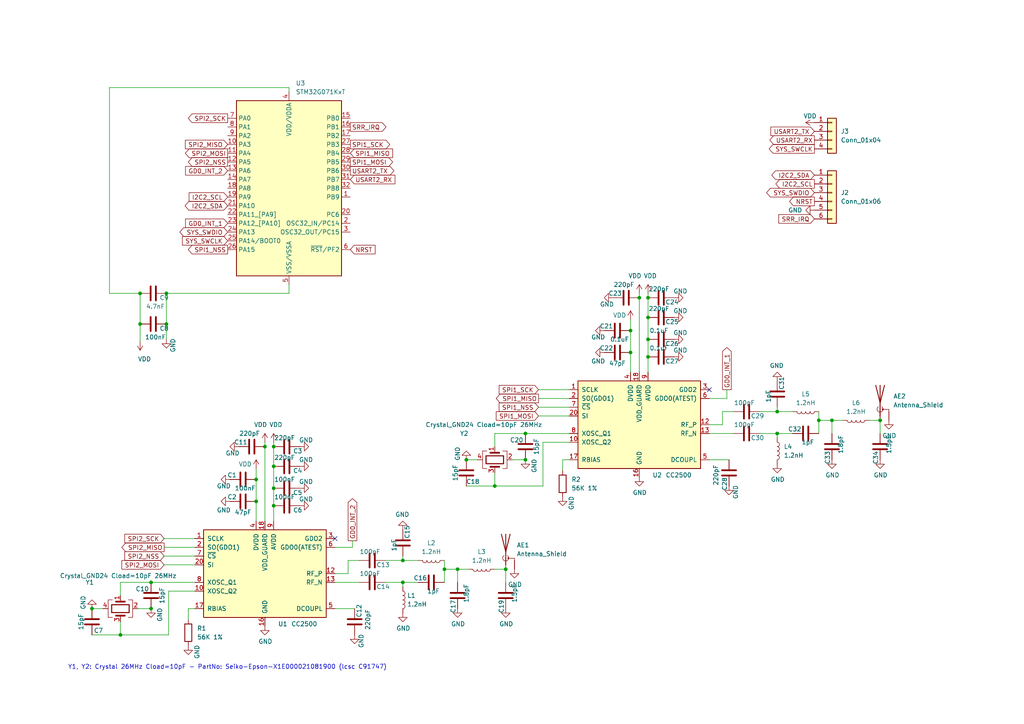
<source format=kicad_sch>
(kicad_sch (version 20230121) (generator eeschema)
  (paper "A4")
  (lib_symbols
    (symbol "Connector_Generic:Conn_01x04" (pin_names (offset 1.016) hide)
      (property "Reference" "J" (at 0 5.08 0))
      (property "Value" "Conn_01x04" (at 0 -7.62 0))
      (symbol "Conn_01x04_1_1"
        (rectangle (start -1.27 -4.953) (end 0 -5.207) (stroke (width 0.1524)))
        (rectangle (start -1.27 -2.413) (end 0 -2.667) (stroke (width 0.1524)))
        (rectangle (start -1.27 0.127) (end 0 -0.127) (stroke (width 0.1524)))
        (rectangle (start -1.27 2.667) (end 0 2.413) (stroke (width 0.1524)))
        (rectangle (start -1.27 3.81) (end 1.27 -6.35) (stroke (width 0.254)) (fill (type background)))
        (pin passive line (at -5.08 2.54 0) (length 3.81) (name "Pin_1") (number "1"))
        (pin passive line (at -5.08 0 0) (length 3.81) (name "Pin_2") (number "2"))
        (pin passive line (at -5.08 -2.54 0) (length 3.81) (name "Pin_3") (number "3"))
        (pin passive line (at -5.08 -5.08 0) (length 3.81) (name "Pin_4") (number "4"))
      )
    )
    (symbol "Connector_Generic:Conn_01x06" (pin_names (offset 1.016) hide)
      (property "Reference" "J" (at 0 7.62 0))
      (property "Value" "Conn_01x06" (at 0 -10.16 0))
      (symbol "Conn_01x06_1_1"
        (rectangle (start -1.27 -7.493) (end 0 -7.747) (stroke (width 0.1524)))
        (rectangle (start -1.27 -4.953) (end 0 -5.207) (stroke (width 0.1524)))
        (rectangle (start -1.27 -2.413) (end 0 -2.667) (stroke (width 0.1524)))
        (rectangle (start -1.27 0.127) (end 0 -0.127) (stroke (width 0.1524)))
        (rectangle (start -1.27 2.667) (end 0 2.413) (stroke (width 0.1524)))
        (rectangle (start -1.27 5.207) (end 0 4.953) (stroke (width 0.1524)))
        (rectangle (start -1.27 6.35) (end 1.27 -8.89) (stroke (width 0.254)) (fill (type background)))
        (pin passive line (at -5.08 5.08 0) (length 3.81) (name "Pin_1") (number "1"))
        (pin passive line (at -5.08 2.54 0) (length 3.81) (name "Pin_2") (number "2"))
        (pin passive line (at -5.08 0 0) (length 3.81) (name "Pin_3") (number "3"))
        (pin passive line (at -5.08 -2.54 0) (length 3.81) (name "Pin_4") (number "4"))
        (pin passive line (at -5.08 -5.08 0) (length 3.81) (name "Pin_5") (number "5"))
        (pin passive line (at -5.08 -7.62 0) (length 3.81) (name "Pin_6") (number "6"))
      )
    )
    (symbol "Device:Antenna_Shield" (pin_numbers hide) (pin_names (offset 1.016) hide)
      (property "Reference" "AE" (at -1.905 4.445 0))
      (property "Value" "Antenna_Shield" (at -1.905 2.54 0))
      (symbol "Antenna_Shield_0_1"
        (arc (start -0.508 -1.143) (mid -0.8429 -2.1194) (end 0 -2.667))
        (arc (start 0 -2.667) (mid 0.7989 -2.1052) (end 0.508 -1.143))
        (polyline (pts (xy 0 -2.54) (xy 0 0)))
        (polyline (pts (xy 0 5.08) (xy 0 -3.81)) (stroke (width 0.254)))
        (polyline (pts (xy 0.762 -1.905) (xy 2.54 -1.905)))
        (polyline (pts (xy 2.54 -2.54) (xy 2.54 -1.905)))
        (polyline (pts (xy 1.27 5.08) (xy 0 0) (xy -1.27 5.08)) (stroke (width 0.254)))
        (circle (center 0.762 -1.905) (radius 0.1778) (fill (type outline)))
      )
      (symbol "Antenna_Shield_1_1"
        (pin input line (at 0 -5.08 90) (length 2.54) (name "A") (number "1"))
        (pin input line (at 2.54 -5.08 90) (length 2.54) (name "Shield") (number "2"))
      )
    )
    (symbol "Device:C" (pin_numbers hide) (pin_names (offset 0.254))
      (property "Reference" "C" (at 0.635 2.54 0))
      (property "Value" "C" (at 0.635 -2.54 0))
      (symbol "C_0_1"
        (polyline (pts (xy -2.032 -0.762) (xy 2.032 -0.762)) (stroke (width 0.508)))
        (polyline (pts (xy -2.032 0.762) (xy 2.032 0.762)) (stroke (width 0.508)))
      )
      (symbol "C_1_1"
        (pin passive line (at 0 3.81 270) (length 2.794) (name "~") (number "1"))
        (pin passive line (at 0 -3.81 90) (length 2.794) (name "~") (number "2"))
      )
    )
    (symbol "Device:Crystal_GND24" (pin_names (offset 1.016) hide)
      (property "Reference" "Y" (at 3.175 5.08 0))
      (property "Value" "Crystal_GND24" (at 3.175 3.175 0))
      (symbol "Crystal_GND24_0_1"
        (rectangle (start -1.143 2.54) (end 1.143 -2.54) (stroke (width 0.3048)))
        (polyline (pts (xy -2.54 0) (xy -2.032 0)))
        (polyline (pts (xy -2.032 -1.27) (xy -2.032 1.27)) (stroke (width 0.508)))
        (polyline (pts (xy 0 -3.81) (xy 0 -3.556)))
        (polyline (pts (xy 0 3.556) (xy 0 3.81)))
        (polyline (pts (xy 2.032 -1.27) (xy 2.032 1.27)) (stroke (width 0.508)))
        (polyline (pts (xy 2.032 0) (xy 2.54 0)))
        (polyline (pts (xy -2.54 -2.286) (xy -2.54 -3.556) (xy 2.54 -3.556) (xy 2.54 -2.286)))
        (polyline (pts (xy -2.54 2.286) (xy -2.54 3.556) (xy 2.54 3.556) (xy 2.54 2.286)))
      )
      (symbol "Crystal_GND24_1_1"
        (pin passive line (at -3.81 0 0) (length 1.27) (name "1") (number "1"))
        (pin passive line (at 0 5.08 270) (length 1.27) (name "2") (number "2"))
        (pin passive line (at 3.81 0 180) (length 1.27) (name "3") (number "3"))
        (pin passive line (at 0 -5.08 90) (length 1.27) (name "4") (number "4"))
      )
    )
    (symbol "Device:L" (pin_numbers hide) (pin_names (offset 1.016) hide)
      (property "Reference" "L" (at -1.27 0 90))
      (property "Value" "L" (at 1.905 0 90))
      (symbol "L_0_1"
        (arc (start 0 -2.54) (mid 0.6323 -1.905) (end 0 -1.27))
        (arc (start 0 -1.27) (mid 0.6323 -0.635) (end 0 0))
        (arc (start 0 0) (mid 0.6323 0.635) (end 0 1.27))
        (arc (start 0 1.27) (mid 0.6323 1.905) (end 0 2.54))
      )
      (symbol "L_1_1"
        (pin passive line (at 0 3.81 270) (length 1.27) (name "1") (number "1"))
        (pin passive line (at 0 -3.81 90) (length 1.27) (name "2") (number "2"))
      )
    )
    (symbol "Device:R" (pin_numbers hide) (pin_names (offset 0))
      (property "Reference" "R" (at 2.032 0 90))
      (property "Value" "R" (at 0 0 90))
      (symbol "R_0_1"
        (rectangle (start -1.016 -2.54) (end 1.016 2.54) (stroke (width 0.254)))
      )
      (symbol "R_1_1"
        (pin passive line (at 0 3.81 270) (length 1.27) (name "~") (number "1"))
        (pin passive line (at 0 -3.81 90) (length 1.27) (name "~") (number "2"))
      )
    )
    (symbol "MCU_ST_STM32G0:STM32G071KxT"
      (property "Reference" "U" (at -15.24 26.67 0))
      (property "Value" "STM32G071KxT" (at 1.27 26.67 0))
      (symbol "STM32G071KxT_0_1"
        (rectangle (start -15.24 -25.4) (end 15.24 25.4) (stroke (width 0.254)) (fill (type background)))
      )
      (symbol "STM32G071KxT_1_1"
        (pin bidirectional line (at 17.78 -2.54 180) (length 2.54) (name "PB9") (number "1"))
        (pin bidirectional line (at -17.78 12.7 0) (length 2.54) (name "PA3") (number "10"))
        (pin bidirectional line (at -17.78 10.16 0) (length 2.54) (name "PA4") (number "11"))
        (pin bidirectional line (at -17.78 7.62 0) (length 2.54) (name "PA5") (number "12"))
        (pin bidirectional line (at -17.78 5.08 0) (length 2.54) (name "PA6") (number "13"))
        (pin bidirectional line (at -17.78 2.54 0) (length 2.54) (name "PA7") (number "14"))
        (pin bidirectional line (at 17.78 20.32 180) (length 2.54) (name "PB0") (number "15"))
        (pin bidirectional line (at 17.78 17.78 180) (length 2.54) (name "PB1") (number "16"))
        (pin bidirectional line (at 17.78 15.24 180) (length 2.54) (name "PB2") (number "17"))
        (pin bidirectional line (at -17.78 0 0) (length 2.54) (name "PA8") (number "18"))
        (pin bidirectional line (at -17.78 -2.54 0) (length 2.54) (name "PA9") (number "19"))
        (pin bidirectional line (at 17.78 -10.16 180) (length 2.54) (name "OSC32_IN/PC14") (number "2"))
        (pin bidirectional line (at 17.78 -7.62 180) (length 2.54) (name "PC6") (number "20"))
        (pin bidirectional line (at -17.78 -5.08 0) (length 2.54) (name "PA10") (number "21"))
        (pin bidirectional line (at -17.78 -7.62 0) (length 2.54) (name "PA11_[PA9]") (number "22"))
        (pin bidirectional line (at -17.78 -10.16 0) (length 2.54) (name "PA12_[PA10]") (number "23"))
        (pin bidirectional line (at -17.78 -12.7 0) (length 2.54) (name "PA13") (number "24"))
        (pin bidirectional line (at -17.78 -15.24 0) (length 2.54) (name "PA14/BOOT0") (number "25"))
        (pin bidirectional line (at -17.78 -17.78 0) (length 2.54) (name "PA15") (number "26"))
        (pin bidirectional line (at 17.78 12.7 180) (length 2.54) (name "PB3") (number "27"))
        (pin bidirectional line (at 17.78 10.16 180) (length 2.54) (name "PB4") (number "28"))
        (pin bidirectional line (at 17.78 7.62 180) (length 2.54) (name "PB5") (number "29"))
        (pin bidirectional line (at 17.78 -12.7 180) (length 2.54) (name "OSC32_OUT/PC15") (number "3"))
        (pin bidirectional line (at 17.78 5.08 180) (length 2.54) (name "PB6") (number "30"))
        (pin bidirectional line (at 17.78 2.54 180) (length 2.54) (name "PB7") (number "31"))
        (pin bidirectional line (at 17.78 0 180) (length 2.54) (name "PB8") (number "32"))
        (pin power_in line (at 0 27.94 270) (length 2.54) (name "VDD/VDDA") (number "4"))
        (pin power_in line (at 0 -27.94 90) (length 2.54) (name "VSS/VSSA") (number "5"))
        (pin bidirectional line (at 17.78 -17.78 180) (length 2.54) (name "~{RST}/PF2") (number "6"))
        (pin bidirectional line (at -17.78 20.32 0) (length 2.54) (name "PA0") (number "7"))
        (pin bidirectional line (at -17.78 17.78 0) (length 2.54) (name "PA1") (number "8"))
        (pin bidirectional line (at -17.78 15.24 0) (length 2.54) (name "PA2") (number "9"))
      )
    )
    (symbol "RF:CC2500" (pin_names (offset 1.016))
      (property "Reference" "U" (at -16.51 13.97 0))
      (property "Value" "CC2500" (at 13.97 13.97 0))
      (symbol "CC2500_0_1"
        (rectangle (start -17.78 12.7) (end 17.78 -12.7) (stroke (width 0.254)) (fill (type background)))
      )
      (symbol "CC2500_1_1"
        (pin input line (at -20.32 10.16 0) (length 2.54) (name "SCLK") (number "1"))
        (pin passive line (at -20.32 -5.08 0) (length 2.54) (name "XOSC_Q2") (number "10"))
        (pin passive line (at 2.54 15.24 270) (length 2.54) hide (name "AVDD") (number "11"))
        (pin passive line (at 20.32 0 180) (length 2.54) (name "RF_P") (number "12"))
        (pin passive line (at 20.32 -2.54 180) (length 2.54) (name "RF_N") (number "13"))
        (pin passive line (at 2.54 15.24 270) (length 2.54) hide (name "AVDD") (number "14"))
        (pin passive line (at 2.54 15.24 270) (length 2.54) hide (name "AVDD") (number "15"))
        (pin power_in line (at 0 -15.24 90) (length 2.54) (name "GND") (number "16"))
        (pin passive line (at -20.32 -10.16 0) (length 2.54) (name "RBIAS") (number "17"))
        (pin power_in line (at 0 15.24 270) (length 2.54) (name "VDD_GUARD") (number "18"))
        (pin passive line (at 0 -15.24 90) (length 2.54) hide (name "GND") (number "19"))
        (pin bidirectional line (at -20.32 7.62 0) (length 2.54) (name "SO(GDO1)") (number "2"))
        (pin input line (at -20.32 2.54 0) (length 2.54) (name "SI") (number "20"))
        (pin passive line (at 0 -15.24 90) (length 2.54) hide (name "GND") (number "21"))
        (pin bidirectional line (at 20.32 10.16 180) (length 2.54) (name "GDO2") (number "3"))
        (pin power_in line (at -2.54 15.24 270) (length 2.54) (name "DVDD") (number "4"))
        (pin power_out line (at 20.32 -10.16 180) (length 2.54) (name "DCOUPL") (number "5"))
        (pin bidirectional line (at 20.32 7.62 180) (length 2.54) (name "GDO0(ATEST)") (number "6"))
        (pin input line (at -20.32 5.08 0) (length 2.54) (name "~{CS}") (number "7"))
        (pin passive line (at -20.32 -2.54 0) (length 2.54) (name "XOSC_Q1") (number "8"))
        (pin power_in line (at 2.54 15.24 270) (length 2.54) (name "AVDD") (number "9"))
      )
    )
    (symbol "power:GND" (power) (pin_names (offset 0))
      (property "Value" "GND" (at 0 -3.81 0))
      (symbol "GND_0_1"
        (polyline (pts (xy 0 0) (xy 0 -1.27) (xy 1.27 -1.27) (xy 0 -2.54) (xy -1.27 -1.27) (xy 0 -1.27)))
      )
      (symbol "GND_1_1"
        (pin power_in line (at 0 0 270) (length 0) hide (name "GND") (number "1"))
      )
    )
    (symbol "power:VDD" (power) (pin_names (offset 0))
      (property "Value" "VDD" (at 0 3.81 0))
      (symbol "VDD_0_1"
        (polyline (pts (xy -0.762 1.27) (xy 0 2.54)))
        (polyline (pts (xy 0 0) (xy 0 2.54)))
        (polyline (pts (xy 0 2.54) (xy 0.762 1.27)))
      )
      (symbol "VDD_1_1"
        (pin power_in line (at 0 0 90) (length 0) hide (name "VDD") (number "1"))
      )
    )
  )
  (junction (at 132.715 165.1))
  (junction (at 74.295 139.065))
  (junction (at 116.84 168.91))
  (junction (at 135.255 133.35))
  (junction (at 79.375 135.255))
  (junction (at 187.96 103.505))
  (junction (at 79.375 146.685))
  (junction (at 152.4 133.35))
  (junction (at 241.3 121.92))
  (junction (at 182.88 102.235))
  (junction (at 48.26 85.09))
  (junction (at 185.42 86.36))
  (junction (at 255.27 121.92))
  (junction (at 187.96 86.36))
  (junction (at 26.67 176.53))
  (junction (at 40.64 85.09))
  (junction (at 34.925 184.15))
  (junction (at 79.375 129.54))
  (junction (at 40.64 93.98))
  (junction (at 74.295 145.415))
  (junction (at 182.88 95.885))
  (junction (at 128.905 165.1))
  (junction (at 237.49 121.92))
  (junction (at 79.375 141.605))
  (junction (at 48.26 93.98))
  (junction (at 146.685 165.1))
  (junction (at 225.425 119.38))
  (junction (at 152.4 125.73))
  (junction (at 225.425 125.73))
  (junction (at 43.815 168.91))
  (junction (at 76.835 129.54))
  (junction (at 143.51 140.97))
  (junction (at 116.84 162.56))
  (junction (at 187.96 98.425))
  (junction (at 187.96 92.075))
  (junction (at 43.815 176.53))
  (no_connect (at 97.155 156.21))
  (no_connect (at 205.74 113.03))
  (wire (pts (xy 255.27 121.92) (xy 252.095 121.92)))
  (wire (pts (xy 56.515 176.53) (xy 54.61 176.53)))
  (wire (pts (xy 26.67 184.15) (xy 34.925 184.15)))
  (wire (pts (xy 74.295 145.415) (xy 74.295 151.13)))
  (wire (pts (xy 156.21 120.65) (xy 165.1 120.65)))
  (wire (pts (xy 97.155 158.75) (xy 102.235 158.75)))
  (wire (pts (xy 255.27 125.73) (xy 255.27 121.92)))
  (wire (pts (xy 187.96 92.075) (xy 187.96 98.425)))
  (wire (pts (xy 34.925 168.91) (xy 43.815 168.91)))
  (wire (pts (xy 79.375 141.605) (xy 79.375 146.685)))
  (wire (pts (xy 111.76 162.56) (xy 116.84 162.56)))
  (wire (pts (xy 83.82 25.4) (xy 31.75 25.4)))
  (wire (pts (xy 74.295 139.065) (xy 74.295 135.89)))
  (wire (pts (xy 34.925 172.72) (xy 34.925 168.91)))
  (wire (pts (xy 143.51 129.54) (xy 143.51 125.73)))
  (wire (pts (xy 187.96 103.505) (xy 187.96 107.95)))
  (wire (pts (xy 47.625 161.29) (xy 56.515 161.29)))
  (wire (pts (xy 97.155 166.37) (xy 100.965 166.37)))
  (wire (pts (xy 54.61 176.53) (xy 54.61 179.705)))
  (wire (pts (xy 132.715 165.1) (xy 135.89 165.1)))
  (wire (pts (xy 241.3 121.92) (xy 244.475 121.92)))
  (wire (pts (xy 116.84 161.29) (xy 116.84 162.56)))
  (wire (pts (xy 210.82 115.57) (xy 210.82 113.03)))
  (wire (pts (xy 40.64 99.06) (xy 40.64 93.98)))
  (wire (pts (xy 182.88 95.885) (xy 182.88 102.235)))
  (wire (pts (xy 128.905 165.1) (xy 128.905 168.91)))
  (wire (pts (xy 31.75 85.09) (xy 40.64 85.09)))
  (wire (pts (xy 100.965 162.56) (xy 104.14 162.56)))
  (wire (pts (xy 205.74 123.19) (xy 209.55 123.19)))
  (wire (pts (xy 132.715 165.1) (xy 132.715 168.91)))
  (wire (pts (xy 156.21 113.03) (xy 165.1 113.03)))
  (wire (pts (xy 225.425 125.73) (xy 229.87 125.73)))
  (wire (pts (xy 48.26 93.98) (xy 48.26 85.09)))
  (wire (pts (xy 135.255 140.97) (xy 143.51 140.97)))
  (wire (pts (xy 56.515 171.45) (xy 48.895 171.45)))
  (wire (pts (xy 26.67 176.53) (xy 29.845 176.53)))
  (wire (pts (xy 128.905 162.56) (xy 128.905 165.1)))
  (wire (pts (xy 79.375 128.27) (xy 79.375 129.54)))
  (wire (pts (xy 76.835 128.27) (xy 76.835 129.54)))
  (wire (pts (xy 40.005 176.53) (xy 43.815 176.53)))
  (wire (pts (xy 182.88 102.235) (xy 182.88 107.95)))
  (wire (pts (xy 79.375 129.54) (xy 79.375 135.255)))
  (wire (pts (xy 225.425 119.38) (xy 229.87 119.38)))
  (wire (pts (xy 116.84 168.91) (xy 121.285 168.91)))
  (wire (pts (xy 156.21 115.57) (xy 165.1 115.57)))
  (wire (pts (xy 241.3 121.92) (xy 241.3 125.73)))
  (wire (pts (xy 237.49 121.92) (xy 241.3 121.92)))
  (wire (pts (xy 97.155 176.53) (xy 102.87 176.53)))
  (wire (pts (xy 237.49 119.38) (xy 237.49 121.92)))
  (wire (pts (xy 237.49 121.92) (xy 237.49 125.73)))
  (wire (pts (xy 143.51 137.16) (xy 143.51 140.97)))
  (wire (pts (xy 156.21 118.11) (xy 165.1 118.11)))
  (wire (pts (xy 205.74 133.35) (xy 211.455 133.35)))
  (wire (pts (xy 163.195 133.35) (xy 163.195 136.525)))
  (wire (pts (xy 100.965 166.37) (xy 100.965 162.56)))
  (wire (pts (xy 182.88 95.885) (xy 182.88 92.71)))
  (wire (pts (xy 97.155 168.91) (xy 104.14 168.91)))
  (wire (pts (xy 116.84 162.56) (xy 121.285 162.56)))
  (wire (pts (xy 148.59 133.35) (xy 152.4 133.35)))
  (wire (pts (xy 76.835 129.54) (xy 76.835 151.13)))
  (wire (pts (xy 47.625 156.21) (xy 56.515 156.21)))
  (wire (pts (xy 187.96 98.425) (xy 187.96 103.505)))
  (wire (pts (xy 31.75 25.4) (xy 31.75 85.09)))
  (wire (pts (xy 48.26 98.425) (xy 48.26 93.98)))
  (wire (pts (xy 209.55 119.38) (xy 212.725 119.38)))
  (wire (pts (xy 143.51 125.73) (xy 152.4 125.73)))
  (wire (pts (xy 128.905 165.1) (xy 132.715 165.1)))
  (wire (pts (xy 165.1 133.35) (xy 163.195 133.35)))
  (wire (pts (xy 47.625 163.83) (xy 56.515 163.83)))
  (wire (pts (xy 143.51 140.97) (xy 157.48 140.97)))
  (wire (pts (xy 79.375 146.685) (xy 79.375 151.13)))
  (wire (pts (xy 205.74 125.73) (xy 212.725 125.73)))
  (wire (pts (xy 47.625 158.75) (xy 56.515 158.75)))
  (wire (pts (xy 185.42 86.36) (xy 185.42 107.95)))
  (wire (pts (xy 74.295 139.065) (xy 74.295 145.415)))
  (wire (pts (xy 225.425 118.11) (xy 225.425 119.38)))
  (wire (pts (xy 146.685 168.91) (xy 146.685 165.1)))
  (wire (pts (xy 102.235 158.75) (xy 102.235 156.845)))
  (wire (pts (xy 187.96 86.36) (xy 187.96 92.075)))
  (wire (pts (xy 34.925 184.15) (xy 48.895 184.15)))
  (wire (pts (xy 83.82 82.55) (xy 83.82 85.09)))
  (wire (pts (xy 220.345 119.38) (xy 225.425 119.38)))
  (wire (pts (xy 185.42 85.09) (xy 185.42 86.36)))
  (wire (pts (xy 116.84 168.91) (xy 116.84 170.18)))
  (wire (pts (xy 205.74 115.57) (xy 210.82 115.57)))
  (wire (pts (xy 165.1 128.27) (xy 157.48 128.27)))
  (wire (pts (xy 111.76 168.91) (xy 116.84 168.91)))
  (wire (pts (xy 40.64 93.98) (xy 40.64 85.09)))
  (wire (pts (xy 83.82 25.4) (xy 83.82 26.67)))
  (wire (pts (xy 209.55 123.19) (xy 209.55 119.38)))
  (wire (pts (xy 157.48 128.27) (xy 157.48 140.97)))
  (wire (pts (xy 152.4 125.73) (xy 165.1 125.73)))
  (wire (pts (xy 135.255 133.35) (xy 138.43 133.35)))
  (wire (pts (xy 43.815 168.91) (xy 56.515 168.91)))
  (wire (pts (xy 48.26 85.09) (xy 83.82 85.09)))
  (wire (pts (xy 34.925 180.34) (xy 34.925 184.15)))
  (wire (pts (xy 48.895 171.45) (xy 48.895 184.15)))
  (wire (pts (xy 225.425 125.73) (xy 225.425 127)))
  (wire (pts (xy 146.685 165.1) (xy 143.51 165.1)))
  (wire (pts (xy 79.375 135.255) (xy 79.375 141.605)))
  (wire (pts (xy 187.96 85.09) (xy 187.96 86.36)))
  (wire (pts (xy 220.345 125.73) (xy 225.425 125.73)))
  (text "Y1, Y2: Crystal 26MHz Cload=10pF - PartNo: Seiko-Epson-X1E000021081900 (lcsc C91747)\n" (at 19.685 194.31 0) (effects (font (size 1.27 1.27)) (justify left bottom)))
  (global_label "GD0_INT_1" (shape input) (at 66.04 64.77 180) (property "Intersheetrefs" "${INTERSHEET_REFS}" (effects hide)))
  (global_label "NRST" (shape output) (at 236.22 58.42 180) (property "Intersheetrefs" "${INTERSHEET_REFS}" (effects hide)))
  (global_label "SPI1_MISO" (shape input) (at 101.6 44.45 0) (property "Intersheetrefs" "${INTERSHEET_REFS}" (effects hide)))
  (global_label "SRR_IRQ" (shape input) (at 236.22 63.5 180) (property "Intersheetrefs" "${INTERSHEET_REFS}" (effects hide)))
  (global_label "SPI2_MISO" (shape input) (at 66.04 41.91 180) (property "Intersheetrefs" "${INTERSHEET_REFS}" (effects hide)))
  (global_label "GD0_INT_2" (shape input) (at 66.04 49.53 180) (property "Intersheetrefs" "${INTERSHEET_REFS}" (effects hide)))
  (global_label "I2C2_SDA" (shape bidirectional) (at 66.04 59.69 180) (property "Intersheetrefs" "${INTERSHEET_REFS}" (effects hide)))
  (global_label "SPI2_SCK" (shape input) (at 47.625 156.21 180) (property "Intersheetrefs" "${INTERSHEET_REFS}" (effects hide)))
  (global_label "USART2_RX" (shape input) (at 101.6 52.07 0) (property "Intersheetrefs" "${INTERSHEET_REFS}" (effects hide)))
  (global_label "SPI1_NSS" (shape output) (at 66.04 72.39 180) (property "Intersheetrefs" "${INTERSHEET_REFS}" (effects hide)))
  (global_label "SYS_SWDIO" (shape bidirectional) (at 66.04 67.31 180) (property "Intersheetrefs" "${INTERSHEET_REFS}" (effects hide)))
  (global_label "GD0_INT_2" (shape output) (at 102.235 156.845 90) (property "Intersheetrefs" "${INTERSHEET_REFS}" (effects hide)))
  (global_label "NRST" (shape input) (at 101.6 72.39 0) (property "Intersheetrefs" "${INTERSHEET_REFS}" (effects hide)))
  (global_label "SYS_SWCLK" (shape output) (at 236.22 43.18 180) (property "Intersheetrefs" "${INTERSHEET_REFS}" (effects hide)))
  (global_label "SYS_SWDIO" (shape bidirectional) (at 236.22 55.88 180) (property "Intersheetrefs" "${INTERSHEET_REFS}" (effects hide)))
  (global_label "SPI1_SCK" (shape output) (at 101.6 41.91 0) (property "Intersheetrefs" "${INTERSHEET_REFS}" (effects hide)))
  (global_label "USART2_RX" (shape output) (at 236.22 40.64 180) (property "Intersheetrefs" "${INTERSHEET_REFS}" (effects hide)))
  (global_label "SPI1_SCK" (shape input) (at 156.21 113.03 180) (property "Intersheetrefs" "${INTERSHEET_REFS}" (effects hide)))
  (global_label "USART2_TX" (shape input) (at 236.22 38.1 180) (property "Intersheetrefs" "${INTERSHEET_REFS}" (effects hide)))
  (global_label "SYS_SWCLK" (shape input) (at 66.04 69.85 180) (property "Intersheetrefs" "${INTERSHEET_REFS}" (effects hide)))
  (global_label "I2C2_SDA" (shape bidirectional) (at 236.22 50.8 180) (property "Intersheetrefs" "${INTERSHEET_REFS}" (effects hide)))
  (global_label "SPI2_NSS" (shape input) (at 47.625 161.29 180) (property "Intersheetrefs" "${INTERSHEET_REFS}" (effects hide)))
  (global_label "SPI1_MOSI" (shape input) (at 156.21 120.65 180) (property "Intersheetrefs" "${INTERSHEET_REFS}" (effects hide)))
  (global_label "SPI1_MOSI" (shape output) (at 101.6 46.99 0) (property "Intersheetrefs" "${INTERSHEET_REFS}" (effects hide)))
  (global_label "SPI2_MISO" (shape output) (at 47.625 158.75 180) (property "Intersheetrefs" "${INTERSHEET_REFS}" (effects hide)))
  (global_label "USART2_TX" (shape output) (at 101.6 49.53 0) (property "Intersheetrefs" "${INTERSHEET_REFS}" (effects hide)))
  (global_label "SPI1_NSS" (shape input) (at 156.21 118.11 180) (property "Intersheetrefs" "${INTERSHEET_REFS}" (effects hide)))
  (global_label "SPI2_NSS" (shape output) (at 66.04 46.99 180) (property "Intersheetrefs" "${INTERSHEET_REFS}" (effects hide)))
  (global_label "SRR_IRQ" (shape output) (at 101.6 36.83 0) (property "Intersheetrefs" "${INTERSHEET_REFS}" (effects hide)))
  (global_label "SPI1_MISO" (shape output) (at 156.21 115.57 180) (property "Intersheetrefs" "${INTERSHEET_REFS}" (effects hide)))
  (global_label "GD0_INT_1" (shape output) (at 210.82 113.03 90) (property "Intersheetrefs" "${INTERSHEET_REFS}" (effects hide)))
  (global_label "SPI2_MOSI" (shape output) (at 66.04 44.45 180) (property "Intersheetrefs" "${INTERSHEET_REFS}" (effects hide)))
  (global_label "I2C2_SCL" (shape input) (at 66.04 57.15 180) (property "Intersheetrefs" "${INTERSHEET_REFS}" (effects hide)))
  (global_label "SPI2_MOSI" (shape input) (at 47.625 163.83 180) (property "Intersheetrefs" "${INTERSHEET_REFS}" (effects hide)))
  (global_label "I2C2_SCL" (shape output) (at 236.22 53.34 180) (property "Intersheetrefs" "${INTERSHEET_REFS}" (effects hide)))
  (global_label "SPI2_SCK" (shape output) (at 66.04 34.29 180) (property "Intersheetrefs" "${INTERSHEET_REFS}" (effects hide)))
  (symbol (lib_id "Device:C") (at 83.185 146.685 270) (unit 1)
    (property "Reference" "C6" (at 86.36 147.955 90))
    (property "Value" "100nF" (at 82.55 144.145 90))
    (property "Footprint" "Capacitor_SMD:C_0402_1005Metric" (effects hide))
    (property "LCSC" "C1525" (effects hide))
  )
  (symbol (lib_id "Device:C") (at 152.4 129.54 180) (unit 1)
    (property "Reference" "C20" (at 149.86 127.635 0))
    (property "Value" "15pF" (at 155.575 129.54 90))
    (property "Footprint" "Capacitor_SMD:C_0402_1005Metric" (effects hide))
    (property "LCSC" "C1548" (effects hide))
  )
  (symbol (lib_id "Device:C") (at 116.84 157.48 0) (unit 1)
    (property "Reference" "C15" (at 118.11 154.305 90))
    (property "Value" "1pF" (at 114.3 158.115 90))
    (property "Footprint" "Capacitor_SMD:C_0402_1005Metric" (effects hide))
    (property "LCSC" "C1550" (effects hide))
  )
  (symbol (lib_id "power:GND") (at 116.84 153.67 180) (unit 1)
    (property "Reference" "#PWR0122" (effects hide))
    (property "Value" "GND" (at 118.745 149.225 0) (effects (justify left)))
  )
  (symbol (lib_id "power:GND") (at 48.26 98.425 0) (unit 1)
    (property "Reference" "#PWR0113" (effects hide))
    (property "Value" "GND" (at 50.165 102.235 90) (effects (justify left)))
  )
  (symbol (lib_id "power:GND") (at 86.995 146.685 90) (unit 1)
    (property "Reference" "#PWR0107" (effects hide))
    (property "Value" "GND" (at 90.805 144.78 90) (effects (justify left)))
  )
  (symbol (lib_id "Device:C") (at 83.185 135.255 270) (unit 1)
    (property "Reference" "C4" (at 86.36 136.525 90))
    (property "Value" "220pF" (at 82.55 132.715 90))
    (property "Footprint" "Capacitor_SMD:C_0402_1005Metric" (effects hide))
    (property "LCSC" "C16772" (effects hide))
  )
  (symbol (lib_id "Device:C") (at 241.3 129.54 180) (unit 1)
    (property "Reference" "C33" (at 240.03 132.715 90))
    (property "Value" "1.8pF" (at 243.84 128.905 90))
    (property "Footprint" "Capacitor_SMD:C_0402_1005Metric" (effects hide))
    (property "LCSC" "C76902" (effects hide))
  )
  (symbol (lib_id "Device:C") (at 135.255 137.16 0) (unit 1)
    (property "Reference" "C18" (at 137.16 139.7 0))
    (property "Value" "15pF" (at 132.08 137.16 90))
    (property "Footprint" "Capacitor_SMD:C_0402_1005Metric" (effects hide))
    (property "LCSC" "C1548" (effects hide))
  )
  (symbol (lib_id "power:GND") (at 225.425 110.49 180) (unit 1)
    (property "Reference" "#PWR0123" (effects hide))
    (property "Value" "GND" (at 227.33 106.045 0) (effects (justify left)))
  )
  (symbol (lib_id "power:GND") (at 195.58 92.075 90) (unit 1)
    (property "Reference" "#PWR0135" (effects hide))
    (property "Value" "GND" (at 199.39 90.17 90) (effects (justify left)))
  )
  (symbol (lib_id "power:VDD") (at 236.22 35.56 90) (unit 1)
    (property "Reference" "#PWR0144" (effects hide))
    (property "Value" "VDD" (at 234.95 33.655 90))
  )
  (symbol (lib_id "Device:C") (at 26.67 180.34 0) (unit 1)
    (property "Reference" "C7" (at 28.575 182.88 0))
    (property "Value" "15pF" (at 23.495 180.34 90))
    (property "Footprint" "Capacitor_SMD:C_0402_1005Metric" (effects hide))
    (property "LCSC" "C1548" (effects hide))
  )
  (symbol (lib_id "Device:C") (at 211.455 137.16 180) (unit 1)
    (property "Reference" "C28" (at 210.185 140.335 90))
    (property "Value" "220pF" (at 207.645 137.795 90))
    (property "Footprint" "Capacitor_SMD:C_0402_1005Metric" (effects hide))
    (property "LCSC" "C16772" (effects hide))
  )
  (symbol (lib_id "Device:C") (at 191.77 86.36 270) (unit 1)
    (property "Reference" "C24" (at 194.945 87.63 90))
    (property "Value" "220pF" (at 191.135 83.82 90))
    (property "Footprint" "Capacitor_SMD:C_0402_1005Metric" (effects hide))
    (property "LCSC" "C16772" (effects hide))
  )
  (symbol (lib_id "power:GND") (at 152.4 133.35 0) (unit 1)
    (property "Reference" "#PWR0132" (effects hide))
    (property "Value" "GND" (at 154.94 137.16 90) (effects (justify left)))
  )
  (symbol (lib_id "MCU_ST_STM32G0:STM32G071KxT") (at 83.82 54.61 0) (unit 1) (in_bom no)
    (property "Reference" "U3" (at 85.7759 24.13 0) (effects (justify left)))
    (property "Value" "STM32G071KxT" (at 85.7759 26.67 0) (effects (justify left)))
    (property "Footprint" "Package_QFP:LQFP-32_7x7mm_P0.8mm" (effects hide))
    (property "Datasheet" "https://www.st.com/resource/en/datasheet/stm32g071kb.pdf" (effects hide))
  )
  (symbol (lib_id "Device:C") (at 191.77 98.425 270) (unit 1)
    (property "Reference" "C26" (at 194.945 99.695 90))
    (property "Value" "0.1uF" (at 191.135 95.885 90))
    (property "Footprint" "Capacitor_SMD:C_0402_1005Metric" (effects hide))
    (property "LCSC" "C1525" (effects hide))
  )
  (symbol (lib_id "power:GND") (at 26.67 176.53 180) (unit 1)
    (property "Reference" "#PWR0114" (effects hide))
    (property "Value" "GND" (at 24.13 172.72 90) (effects (justify left)))
  )
  (symbol (lib_id "power:GND") (at 195.58 103.505 90) (unit 1)
    (property "Reference" "#PWR0142" (effects hide))
    (property "Value" "GND" (at 199.39 101.6 90) (effects (justify left)))
  )
  (symbol (lib_id "power:GND") (at 102.87 184.15 0) (unit 1)
    (property "Reference" "#PWR0118" (effects hide))
    (property "Value" "GND" (at 104.775 187.96 90) (effects (justify left)))
  )
  (symbol (lib_id "RF:CC2500") (at 185.42 123.19 0) (unit 1)
    (property "Reference" "U2" (at 189.23 137.795 0) (effects (justify left)))
    (property "Value" "CC2500" (at 193.04 137.795 0) (effects (justify left)))
    (property "Footprint" "Package_DFN_QFN:Texas_S-PVQFN-N20_EP2.4x2.4mm" (effects hide))
    (property "Datasheet" "http://www.ti.com/lit/ds/symlink/cc2500.pdf" (effects hide))
    (property "LCSC" "C57494" (effects hide))
  )
  (symbol (lib_id "Device:C") (at 73.025 129.54 90) (unit 1)
    (property "Reference" "C11" (at 69.85 128.27 90))
    (property "Value" "220pF" (at 72.39 125.73 90))
    (property "Footprint" "Capacitor_SMD:C_0402_1005Metric" (effects hide))
    (property "LCSC" "C16772" (effects hide))
  )
  (symbol (lib_id "power:VDD") (at 74.295 135.89 0) (unit 1)
    (property "Reference" "#PWR0105" (effects hide))
    (property "Value" "VDD" (at 71.12 134.62 0))
  )
  (symbol (lib_id "Device:C") (at 102.87 180.34 0) (unit 1)
    (property "Reference" "C12" (at 104.14 177.165 90))
    (property "Value" "220pF" (at 106.68 179.705 90))
    (property "Footprint" "Capacitor_SMD:C_0402_1005Metric" (effects hide))
    (property "LCSC" "C16772" (effects hide))
  )
  (symbol (lib_id "Device:L") (at 233.68 119.38 270) (unit 1)
    (property "Reference" "L5" (at 233.68 114.3 90))
    (property "Value" "1.2nH" (at 233.68 116.84 90))
    (property "Footprint" "Inductor_SMD:L_0402_1005Metric" (effects hide))
    (property "LCSC" "C77117" (effects hide))
    (property "Alt partnumbers" "C488336" (effects hide))
  )
  (symbol (lib_id "power:VDD") (at 185.42 85.09 0) (unit 1)
    (property "Reference" "#PWR0138" (effects hide))
    (property "Value" "VDD" (at 184.15 80.01 0))
  )
  (symbol (lib_id "power:GND") (at 66.675 139.065 270) (unit 1)
    (property "Reference" "#PWR0104" (effects hide))
    (property "Value" "GND" (at 62.865 140.97 90) (effects (justify left)))
  )
  (symbol (lib_id "power:VDD") (at 187.96 85.09 0) (unit 1)
    (property "Reference" "#PWR0140" (effects hide))
    (property "Value" "VDD" (at 188.595 80.01 0))
  )
  (symbol (lib_id "Connector_Generic:Conn_01x04") (at 241.3 38.1 0) (unit 1)
    (property "Reference" "J3" (at 243.84 38.1 0) (effects (justify left)))
    (property "Value" "Conn_01x04" (at 243.84 40.64 0) (effects (justify left)))
    (property "Footprint" "Connector_PinSocket_1.27mm:PinSocket_1x04_P1.27mm_Vertical" (effects hide))
  )
  (symbol (lib_id "Device:R") (at 54.61 183.515 0) (unit 1)
    (property "Reference" "R1" (at 57.15 182.2449 0) (effects (justify left)))
    (property "Value" "56K 1%" (at 57.15 184.7849 0) (effects (justify left)))
    (property "Footprint" "Resistor_SMD:R_0402_1005Metric" (effects hide))
    (property "LCSC" "C25796" (effects hide))
  )
  (symbol (lib_id "power:GND") (at 146.685 176.53 0) (unit 1)
    (property "Reference" "#PWR0129" (effects hide))
    (property "Value" "GND" (at 144.78 180.975 0) (effects (justify left)))
  )
  (symbol (lib_id "Device:C") (at 83.185 129.54 270) (unit 1)
    (property "Reference" "C3" (at 86.36 130.81 90))
    (property "Value" "220pF" (at 82.55 127 90))
    (property "Footprint" "Capacitor_SMD:C_0402_1005Metric" (effects hide))
    (property "LCSC" "C16772" (effects hide))
  )
  (symbol (lib_id "Device:L") (at 225.425 130.81 0) (unit 1)
    (property "Reference" "L4" (at 227.33 129.5399 0) (effects (justify left)))
    (property "Value" "1.2nH" (at 227.33 132.0799 0) (effects (justify left)))
    (property "Footprint" "Inductor_SMD:L_0402_1005Metric" (effects hide))
    (property "LCSC" "C77117" (effects hide))
    (property "Alt partnumbers" "C488336" (effects hide))
  )
  (symbol (lib_id "Device:C") (at 44.45 93.98 270) (unit 1)
    (property "Reference" "C8" (at 47.625 95.25 90))
    (property "Value" "100nF" (at 45.085 97.79 90))
    (property "Footprint" "Capacitor_SMD:C_0402_1005Metric" (effects hide))
    (property "LCSC" "C1525" (effects hide))
  )
  (symbol (lib_id "Device:C") (at 179.07 95.885 90) (unit 1)
    (property "Reference" "C21" (at 175.895 94.615 90))
    (property "Value" "0.1uF" (at 179.705 98.425 90))
    (property "Footprint" "Capacitor_SMD:C_0402_1005Metric" (effects hide))
    (property "LCSC" "C1525" (effects hide))
  )
  (symbol (lib_id "power:GND") (at 86.995 129.54 90) (unit 1)
    (property "Reference" "#PWR0102" (effects hide))
    (property "Value" "GND" (at 90.805 127.635 90) (effects (justify left)))
  )
  (symbol (lib_id "Device:R") (at 163.195 140.335 0) (unit 1)
    (property "Reference" "R2" (at 165.735 139.0649 0) (effects (justify left)))
    (property "Value" "56K 1%" (at 165.735 141.6049 0) (effects (justify left)))
    (property "Footprint" "Resistor_SMD:R_0402_1005Metric" (effects hide))
    (property "LCSC" "C25796" (effects hide))
  )
  (symbol (lib_id "power:GND") (at 225.425 134.62 0) (unit 1)
    (property "Reference" "#PWR0126" (effects hide))
    (property "Value" "GND" (at 223.52 139.065 0) (effects (justify left)))
  )
  (symbol (lib_id "power:GND") (at 66.675 145.415 270) (unit 1)
    (property "Reference" "#PWR0106" (effects hide))
    (property "Value" "GND" (at 62.865 147.955 90) (effects (justify left)))
  )
  (symbol (lib_id "power:GND") (at 132.715 176.53 0) (unit 1)
    (property "Reference" "#PWR0121" (effects hide))
    (property "Value" "GND" (at 130.81 180.975 0) (effects (justify left)))
  )
  (symbol (lib_id "Device:C") (at 216.535 125.73 270) (unit 1)
    (property "Reference" "C30" (at 219.71 127 90))
    (property "Value" "100pF" (at 215.9 123.19 90))
    (property "Footprint" "Capacitor_SMD:C_0402_1005Metric" (effects hide))
    (property "LCSC" "C1546" (effects hide))
  )
  (symbol (lib_id "power:GND") (at 257.81 121.92 0) (unit 1)
    (property "Reference" "#PWR0145" (effects hide))
    (property "Value" "GND" (at 255.905 126.365 0) (effects (justify left)))
  )
  (symbol (lib_id "power:GND") (at 149.225 165.1 0) (unit 1)
    (property "Reference" "#PWR0146" (effects hide))
    (property "Value" "GND" (at 147.32 169.545 0) (effects (justify left)))
  )
  (symbol (lib_id "power:GND") (at 43.815 176.53 0) (unit 1)
    (property "Reference" "#PWR0115" (effects hide))
    (property "Value" "GND" (at 46.355 180.34 90) (effects (justify left)))
  )
  (symbol (lib_id "RF:CC2500") (at 76.835 166.37 0) (unit 1)
    (property "Reference" "U1" (at 80.645 180.975 0) (effects (justify left)))
    (property "Value" "CC2500" (at 84.455 180.975 0) (effects (justify left)))
    (property "Footprint" "Package_DFN_QFN:Texas_S-PVQFN-N20_EP2.4x2.4mm" (effects hide))
    (property "Datasheet" "http://www.ti.com/lit/ds/symlink/cc2500.pdf" (effects hide))
    (property "LCSC" "C57494" (effects hide))
  )
  (symbol (lib_id "power:VDD") (at 79.375 128.27 0) (unit 1)
    (property "Reference" "#PWR0101" (effects hide))
    (property "Value" "VDD" (at 80.01 123.19 0))
  )
  (symbol (lib_id "Device:C") (at 83.185 141.605 270) (unit 1)
    (property "Reference" "C5" (at 86.36 142.875 90))
    (property "Value" "100nF" (at 82.55 139.065 90))
    (property "Footprint" "Capacitor_SMD:C_0402_1005Metric" (effects hide))
    (property "LCSC" "C1525" (effects hide))
  )
  (symbol (lib_id "power:GND") (at 177.8 86.36 270) (unit 1)
    (property "Reference" "#PWR0137" (effects hide))
    (property "Value" "GND" (at 173.99 88.265 90) (effects (justify left)))
  )
  (symbol (lib_id "power:GND") (at 195.58 86.36 90) (unit 1)
    (property "Reference" "#PWR0134" (effects hide))
    (property "Value" "GND" (at 199.39 84.455 90) (effects (justify left)))
  )
  (symbol (lib_id "power:VDD") (at 182.88 92.71 0) (unit 1)
    (property "Reference" "#PWR0139" (effects hide))
    (property "Value" "VDD" (at 179.705 91.44 0))
  )
  (symbol (lib_id "Device:Crystal_GND24") (at 34.925 176.53 270) (unit 1)
    (property "Reference" "Y1" (at 26.035 168.91 90))
    (property "Value" "Crystal_GND24 Cload=10pF 26MHz" (at 34.29 167.005 90))
    (property "Footprint" "Crystal:Crystal_SMD_3225-4Pin_3.2x2.5mm" (effects hide))
    (property "Alt partnumbers" "ABM3B-26.000MHZ-10-1-U-T / ECS-260-10-36B-CKY-TR / NX3225SA-26.000M-STD-CSQ-1 / 7M-26.000MEEQ-T /  NDK, AT-41CD2 (only two pins) / NDK NX3225SA-26MHz-STD-CSR-6 (8pF lcsc) / WTL3M45405LZ (lcsc C963529) / Seiko-Epson-X1E000021081900 (lcsc C91747)" (effects hide))
    (property "LCSC" "C91747" (effects hide))
  )
  (symbol (lib_id "Connector_Generic:Conn_01x06") (at 241.3 55.88 0) (unit 1)
    (property "Reference" "J2" (at 243.84 55.88 0) (effects (justify left)))
    (property "Value" "Conn_01x06" (at 243.84 58.42 0) (effects (justify left)))
    (property "Footprint" "Connector_PinSocket_1.27mm:PinSocket_1x06_P1.27mm_Vertical" (effects hide))
  )
  (symbol (lib_id "Device:L") (at 125.095 162.56 270) (unit 1)
    (property "Reference" "L2" (at 125.095 157.48 90))
    (property "Value" "1.2nH" (at 125.095 160.02 90))
    (property "Footprint" "Inductor_SMD:L_0402_1005Metric" (effects hide))
    (property "LCSC" "C77117" (effects hide))
    (property "Alt partnumbers" "C488336" (effects hide))
  )
  (symbol (lib_id "Device:C") (at 44.45 85.09 270) (unit 1)
    (property "Reference" "C9" (at 47.625 86.36 90))
    (property "Value" "4.7nF" (at 45.085 88.9 90))
    (property "Footprint" "Capacitor_SMD:C_0402_1005Metric" (effects hide))
    (property "LCSC" "C1538" (effects hide))
  )
  (symbol (lib_id "power:GND") (at 211.455 140.97 0) (unit 1)
    (property "Reference" "#PWR0124" (effects hide))
    (property "Value" "GND" (at 213.36 144.78 90) (effects (justify left)))
  )
  (symbol (lib_id "power:GND") (at 195.58 98.425 90) (unit 1)
    (property "Reference" "#PWR0141" (effects hide))
    (property "Value" "GND" (at 199.39 96.52 90) (effects (justify left)))
  )
  (symbol (lib_id "Device:C") (at 70.485 145.415 90) (unit 1)
    (property "Reference" "C2" (at 67.31 144.145 90))
    (property "Value" "47pF" (at 70.485 148.59 90))
    (property "Footprint" "Capacitor_SMD:C_0402_1005Metric" (effects hide))
    (property "LCSC" "C1567" (effects hide))
  )
  (symbol (lib_id "Device:L") (at 139.7 165.1 270) (unit 1)
    (property "Reference" "L3" (at 139.7 160.02 90))
    (property "Value" "1.2nH" (at 139.7 162.56 90))
    (property "Footprint" "Inductor_SMD:L_0402_1005Metric" (effects hide))
    (property "LCSC" "C77117" (effects hide))
    (property "Alt partnumbers" "C488336" (effects hide))
  )
  (symbol (lib_id "power:GND") (at 86.995 135.255 90) (unit 1)
    (property "Reference" "#PWR0103" (effects hide))
    (property "Value" "GND" (at 90.805 133.35 90) (effects (justify left)))
  )
  (symbol (lib_id "Device:C") (at 107.95 162.56 270) (unit 1)
    (property "Reference" "C13" (at 111.125 163.83 90))
    (property "Value" "100pF" (at 107.315 160.02 90))
    (property "Footprint" "Capacitor_SMD:C_0402_1005Metric" (effects hide))
    (property "LCSC" "C1546" (effects hide))
  )
  (symbol (lib_id "Device:C") (at 191.77 103.505 270) (unit 1)
    (property "Reference" "C27" (at 194.945 104.775 90))
    (property "Value" "0.1uF" (at 191.135 100.965 90))
    (property "Footprint" "Capacitor_SMD:C_0402_1005Metric" (effects hide))
    (property "LCSC" "C1525" (effects hide))
  )
  (symbol (lib_id "Device:C") (at 43.815 172.72 180) (unit 1)
    (property "Reference" "C10" (at 41.275 170.815 0))
    (property "Value" "15pF" (at 46.99 172.72 90))
    (property "Footprint" "Capacitor_SMD:C_0402_1005Metric" (effects hide))
    (property "LCSC" "C1548" (effects hide))
  )
  (symbol (lib_id "power:GND") (at 76.835 181.61 0) (unit 1)
    (property "Reference" "#PWR0117" (effects hide))
    (property "Value" "GND" (at 74.93 186.055 0) (effects (justify left)))
  )
  (symbol (lib_id "power:GND") (at 69.215 129.54 270) (unit 1)
    (property "Reference" "#PWR0110" (effects hide))
    (property "Value" "GND" (at 65.405 131.445 90) (effects (justify left)))
  )
  (symbol (lib_id "power:GND") (at 236.22 60.96 270) (unit 1)
    (property "Reference" "#PWR0143" (effects hide))
    (property "Value" "GND" (at 228.6 60.96 90) (effects (justify left)))
  )
  (symbol (lib_id "Device:C") (at 191.77 92.075 270) (unit 1)
    (property "Reference" "C25" (at 194.945 93.345 90))
    (property "Value" "220pF" (at 191.135 89.535 90))
    (property "Footprint" "Capacitor_SMD:C_0402_1005Metric" (effects hide))
    (property "LCSC" "C16772" (effects hide))
  )
  (symbol (lib_id "Device:C") (at 216.535 119.38 270) (unit 1)
    (property "Reference" "C29" (at 219.71 120.65 90))
    (property "Value" "100pF" (at 215.9 116.84 90))
    (property "Footprint" "Capacitor_SMD:C_0402_1005Metric" (effects hide))
    (property "LCSC" "C1546" (effects hide))
  )
  (symbol (lib_id "Device:Crystal_GND24") (at 143.51 133.35 270) (unit 1)
    (property "Reference" "Y2" (at 134.62 125.73 90))
    (property "Value" "Crystal_GND24 Cload=10pF 26MHz" (at 140.335 123.19 90))
    (property "Footprint" "Crystal:Crystal_SMD_3225-4Pin_3.2x2.5mm" (effects hide))
    (property "Alt partnumbers" "ABM3B-26.000MHZ-10-1-U-T / ECS-260-10-36B-CKY-TR / NX3225SA-26.000M-STD-CSQ-1 / 7M-26.000MEEQ-T /  NDK, AT-41CD2 (only two pins) / NDK NX3225SA-26MHz-STD-CSR-6 (8pF lcsc) / WTL3M45405LZ (lcsc C963529) / Seiko-Epson-X1E000021081900 (lcsc C91747)" (effects hide))
    (property "LCSC" "C91747" (effects hide))
  )
  (symbol (lib_id "power:GND") (at 163.195 144.145 0) (unit 1)
    (property "Reference" "#PWR0133" (effects hide))
    (property "Value" "GND" (at 165.735 147.955 90) (effects (justify left)))
  )
  (symbol (lib_id "power:GND") (at 86.995 141.605 90) (unit 1)
    (property "Reference" "#PWR0108" (effects hide))
    (property "Value" "GND" (at 90.805 139.7 90) (effects (justify left)))
  )
  (symbol (lib_id "Device:C") (at 146.685 172.72 180) (unit 1)
    (property "Reference" "C19" (at 145.415 175.895 90))
    (property "Value" "1.5pF" (at 149.225 172.085 90))
    (property "Footprint" "Capacitor_SMD:C_0402_1005Metric" (effects hide))
    (property "LCSC" "C282238" (effects hide))
  )
  (symbol (lib_id "Device:C") (at 225.425 114.3 0) (unit 1)
    (property "Reference" "C31" (at 226.695 111.125 90))
    (property "Value" "1pF" (at 222.885 114.935 90))
    (property "Footprint" "Capacitor_SMD:C_0402_1005Metric" (effects hide))
    (property "LCSC" "C1550" (effects hide))
  )
  (symbol (lib_id "Device:C") (at 233.68 125.73 90) (unit 1)
    (property "Reference" "C32" (at 230.505 124.46 90))
    (property "Value" "1pF" (at 234.315 128.27 90))
    (property "Footprint" "Capacitor_SMD:C_0402_1005Metric" (effects hide))
    (property "LCSC" "C1550" (effects hide))
  )
  (symbol (lib_id "Device:C") (at 179.07 102.235 90) (unit 1)
    (property "Reference" "C22" (at 175.895 100.965 90))
    (property "Value" "47pF" (at 179.07 105.41 90))
    (property "Footprint" "Capacitor_SMD:C_0402_1005Metric" (effects hide))
    (property "LCSC" "C1567" (effects hide))
  )
  (symbol (lib_id "Device:C") (at 132.715 172.72 180) (unit 1)
    (property "Reference" "C17" (at 131.445 175.895 90))
    (property "Value" "1.8pF" (at 135.255 172.085 90))
    (property "Footprint" "Capacitor_SMD:C_0402_1005Metric" (effects hide))
    (property "LCSC" "C76902" (effects hide))
  )
  (symbol (lib_id "Device:C") (at 107.95 168.91 270) (unit 1)
    (property "Reference" "C14" (at 111.125 170.18 90))
    (property "Value" "100pF" (at 107.315 166.37 90))
    (property "Footprint" "Capacitor_SMD:C_0402_1005Metric" (effects hide))
    (property "LCSC" "C1546" (effects hide))
  )
  (symbol (lib_id "power:GND") (at 175.26 102.235 270) (unit 1)
    (property "Reference" "#PWR0130" (effects hide))
    (property "Value" "GND" (at 171.45 104.775 90) (effects (justify left)))
  )
  (symbol (lib_id "power:GND") (at 54.61 187.325 0) (unit 1)
    (property "Reference" "#PWR0116" (effects hide))
    (property "Value" "GND" (at 57.15 191.135 90) (effects (justify left)))
  )
  (symbol (lib_id "power:GND") (at 185.42 138.43 0) (unit 1)
    (property "Reference" "#PWR0131" (effects hide))
    (property "Value" "GND" (at 183.515 142.875 0) (effects (justify left)))
  )
  (symbol (lib_id "power:GND") (at 135.255 133.35 180) (unit 1)
    (property "Reference" "#PWR0111" (effects hide))
    (property "Value" "GND" (at 132.715 129.54 90) (effects (justify left)))
  )
  (symbol (lib_id "power:GND") (at 175.26 95.885 270) (unit 1)
    (property "Reference" "#PWR0136" (effects hide))
    (property "Value" "GND" (at 171.45 97.79 90) (effects (justify left)))
  )
  (symbol (lib_id "power:GND") (at 255.27 133.35 0) (unit 1)
    (property "Reference" "#PWR0128" (effects hide))
    (property "Value" "GND" (at 253.365 137.795 0) (effects (justify left)))
  )
  (symbol (lib_id "Device:L") (at 248.285 121.92 270) (unit 1)
    (property "Reference" "L6" (at 248.285 116.84 90))
    (property "Value" "1.2nH" (at 248.285 119.38 90))
    (property "Footprint" "Inductor_SMD:L_0402_1005Metric" (effects hide))
    (property "LCSC" "C77117" (effects hide))
    (property "Alt partnumbers" "C488336" (effects hide))
  )
  (symbol (lib_id "Device:C") (at 181.61 86.36 90) (unit 1)
    (property "Reference" "C23" (at 178.435 85.09 90))
    (property "Value" "220pF" (at 180.975 82.55 90))
    (property "Footprint" "Capacitor_SMD:C_0402_1005Metric" (effects hide))
    (property "LCSC" "C16772" (effects hide))
  )
  (symbol (lib_id "Device:Antenna_Shield") (at 255.27 116.84 0) (unit 1) (in_bom no)
    (property "Reference" "AE2" (at 259.08 114.9349 0) (effects (justify left)))
    (property "Value" "Antenna_Shield" (at 259.08 117.4749 0) (effects (justify left)))
    (property "Footprint" "WiRoc:Texas_SWRA117D_2.4GHz_Right-TunedForWiroc" (effects hide))
  )
  (symbol (lib_id "Device:C") (at 255.27 129.54 180) (unit 1)
    (property "Reference" "C34" (at 254 132.715 90))
    (property "Value" "1.5pF" (at 257.81 128.905 90))
    (property "Footprint" "Capacitor_SMD:C_0402_1005Metric" (effects hide))
    (property "LCSC" "C282238" (effects hide))
  )
  (symbol (lib_id "Device:Antenna_Shield") (at 146.685 160.02 0) (unit 1) (in_bom no)
    (property "Reference" "AE1" (at 149.86 158.1149 0) (effects (justify left)))
    (property "Value" "Antenna_Shield" (at 149.86 160.6549 0) (effects (justify left)))
    (property "Footprint" "WiRoc:Texas_SWRA117D_2.4GHz_Right-TunedForWiroc" (effects hide))
  )
  (symbol (lib_id "power:VDD") (at 76.835 128.27 0) (unit 1)
    (property "Reference" "#PWR0109" (effects hide))
    (property "Value" "VDD" (at 75.565 123.19 0))
  )
  (symbol (lib_id "power:VDD") (at 40.64 99.06 180) (unit 1)
    (property "Reference" "#PWR0112" (effects hide))
    (property "Value" "VDD" (at 41.91 104.14 0))
  )
  (symbol (lib_id "Device:L") (at 116.84 173.99 0) (unit 1)
    (property "Reference" "L1" (at 118.11 172.7199 0) (effects (justify left)))
    (property "Value" "1.2nH" (at 118.11 175.2599 0) (effects (justify left)))
    (property "Footprint" "Inductor_SMD:L_0402_1005Metric" (effects hide))
    (property "LCSC" "C77117" (effects hide))
    (property "Alt partnumbers" "C488336" (effects hide))
  )
  (symbol (lib_id "power:GND") (at 116.84 177.8 0) (unit 1)
    (property "Reference" "#PWR0120" (effects hide))
    (property "Value" "GND" (at 114.935 182.245 0) (effects (justify left)))
  )
  (symbol (lib_id "Device:C") (at 70.485 139.065 90) (unit 1)
    (property "Reference" "C1" (at 67.31 137.795 90))
    (property "Value" "100nF" (at 71.12 141.605 90))
    (property "Footprint" "Capacitor_SMD:C_0402_1005Metric" (effects hide))
    (property "LCSC" "C1525" (effects hide))
  )
  (symbol (lib_id "power:GND") (at 241.3 133.35 0) (unit 1)
    (property "Reference" "#PWR0127" (effects hide))
    (property "Value" "GND" (at 239.395 137.795 0) (effects (justify left)))
  )
  (symbol (lib_id "Device:C") (at 125.095 168.91 90) (unit 1)
    (property "Reference" "C16" (at 121.92 167.64 90))
    (property "Value" "1pF" (at 125.73 171.45 90))
    (property "Footprint" "Capacitor_SMD:C_0402_1005Metric" (effects hide))
    (property "LCSC" "C1550" (effects hide))
  )
)
</source>
